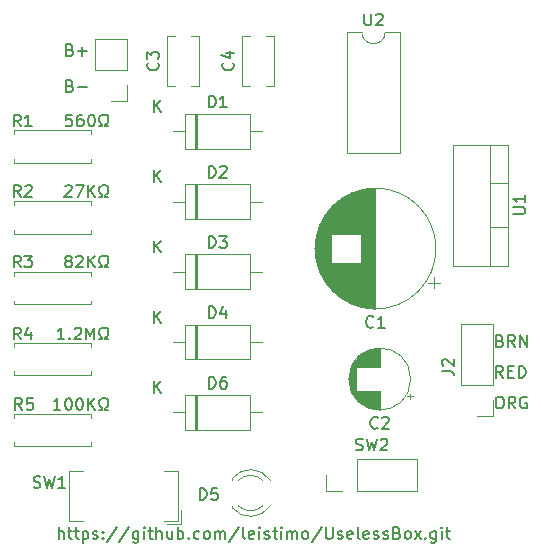
<source format=gto>
G04 #@! TF.GenerationSoftware,KiCad,Pcbnew,(5.1.4)-1*
G04 #@! TF.CreationDate,2022-04-13T08:26:58-06:00*
G04 #@! TF.ProjectId,UselessBox V2,5573656c-6573-4734-926f-782056322e6b,2*
G04 #@! TF.SameCoordinates,Original*
G04 #@! TF.FileFunction,Legend,Top*
G04 #@! TF.FilePolarity,Positive*
%FSLAX46Y46*%
G04 Gerber Fmt 4.6, Leading zero omitted, Abs format (unit mm)*
G04 Created by KiCad (PCBNEW (5.1.4)-1) date 2022-04-13 08:26:58*
%MOMM*%
%LPD*%
G04 APERTURE LIST*
%ADD10C,0.150000*%
%ADD11C,0.120000*%
G04 APERTURE END LIST*
D10*
X131328000Y-123769380D02*
X131328000Y-122769380D01*
X131756571Y-123769380D02*
X131756571Y-123245571D01*
X131708952Y-123150333D01*
X131613714Y-123102714D01*
X131470857Y-123102714D01*
X131375619Y-123150333D01*
X131328000Y-123197952D01*
X132089904Y-123102714D02*
X132470857Y-123102714D01*
X132232761Y-122769380D02*
X132232761Y-123626523D01*
X132280380Y-123721761D01*
X132375619Y-123769380D01*
X132470857Y-123769380D01*
X132661333Y-123102714D02*
X133042285Y-123102714D01*
X132804190Y-122769380D02*
X132804190Y-123626523D01*
X132851809Y-123721761D01*
X132947047Y-123769380D01*
X133042285Y-123769380D01*
X133375619Y-123102714D02*
X133375619Y-124102714D01*
X133375619Y-123150333D02*
X133470857Y-123102714D01*
X133661333Y-123102714D01*
X133756571Y-123150333D01*
X133804190Y-123197952D01*
X133851809Y-123293190D01*
X133851809Y-123578904D01*
X133804190Y-123674142D01*
X133756571Y-123721761D01*
X133661333Y-123769380D01*
X133470857Y-123769380D01*
X133375619Y-123721761D01*
X134232761Y-123721761D02*
X134328000Y-123769380D01*
X134518476Y-123769380D01*
X134613714Y-123721761D01*
X134661333Y-123626523D01*
X134661333Y-123578904D01*
X134613714Y-123483666D01*
X134518476Y-123436047D01*
X134375619Y-123436047D01*
X134280380Y-123388428D01*
X134232761Y-123293190D01*
X134232761Y-123245571D01*
X134280380Y-123150333D01*
X134375619Y-123102714D01*
X134518476Y-123102714D01*
X134613714Y-123150333D01*
X135089904Y-123674142D02*
X135137523Y-123721761D01*
X135089904Y-123769380D01*
X135042285Y-123721761D01*
X135089904Y-123674142D01*
X135089904Y-123769380D01*
X135089904Y-123150333D02*
X135137523Y-123197952D01*
X135089904Y-123245571D01*
X135042285Y-123197952D01*
X135089904Y-123150333D01*
X135089904Y-123245571D01*
X136280380Y-122721761D02*
X135423238Y-124007476D01*
X137328000Y-122721761D02*
X136470857Y-124007476D01*
X138089904Y-123102714D02*
X138089904Y-123912238D01*
X138042285Y-124007476D01*
X137994666Y-124055095D01*
X137899428Y-124102714D01*
X137756571Y-124102714D01*
X137661333Y-124055095D01*
X138089904Y-123721761D02*
X137994666Y-123769380D01*
X137804190Y-123769380D01*
X137708952Y-123721761D01*
X137661333Y-123674142D01*
X137613714Y-123578904D01*
X137613714Y-123293190D01*
X137661333Y-123197952D01*
X137708952Y-123150333D01*
X137804190Y-123102714D01*
X137994666Y-123102714D01*
X138089904Y-123150333D01*
X138566095Y-123769380D02*
X138566095Y-123102714D01*
X138566095Y-122769380D02*
X138518476Y-122817000D01*
X138566095Y-122864619D01*
X138613714Y-122817000D01*
X138566095Y-122769380D01*
X138566095Y-122864619D01*
X138899428Y-123102714D02*
X139280380Y-123102714D01*
X139042285Y-122769380D02*
X139042285Y-123626523D01*
X139089904Y-123721761D01*
X139185142Y-123769380D01*
X139280380Y-123769380D01*
X139613714Y-123769380D02*
X139613714Y-122769380D01*
X140042285Y-123769380D02*
X140042285Y-123245571D01*
X139994666Y-123150333D01*
X139899428Y-123102714D01*
X139756571Y-123102714D01*
X139661333Y-123150333D01*
X139613714Y-123197952D01*
X140947047Y-123102714D02*
X140947047Y-123769380D01*
X140518476Y-123102714D02*
X140518476Y-123626523D01*
X140566095Y-123721761D01*
X140661333Y-123769380D01*
X140804190Y-123769380D01*
X140899428Y-123721761D01*
X140947047Y-123674142D01*
X141423238Y-123769380D02*
X141423238Y-122769380D01*
X141423238Y-123150333D02*
X141518476Y-123102714D01*
X141708952Y-123102714D01*
X141804190Y-123150333D01*
X141851809Y-123197952D01*
X141899428Y-123293190D01*
X141899428Y-123578904D01*
X141851809Y-123674142D01*
X141804190Y-123721761D01*
X141708952Y-123769380D01*
X141518476Y-123769380D01*
X141423238Y-123721761D01*
X142328000Y-123674142D02*
X142375619Y-123721761D01*
X142328000Y-123769380D01*
X142280380Y-123721761D01*
X142328000Y-123674142D01*
X142328000Y-123769380D01*
X143232761Y-123721761D02*
X143137523Y-123769380D01*
X142947047Y-123769380D01*
X142851809Y-123721761D01*
X142804190Y-123674142D01*
X142756571Y-123578904D01*
X142756571Y-123293190D01*
X142804190Y-123197952D01*
X142851809Y-123150333D01*
X142947047Y-123102714D01*
X143137523Y-123102714D01*
X143232761Y-123150333D01*
X143804190Y-123769380D02*
X143708952Y-123721761D01*
X143661333Y-123674142D01*
X143613714Y-123578904D01*
X143613714Y-123293190D01*
X143661333Y-123197952D01*
X143708952Y-123150333D01*
X143804190Y-123102714D01*
X143947047Y-123102714D01*
X144042285Y-123150333D01*
X144089904Y-123197952D01*
X144137523Y-123293190D01*
X144137523Y-123578904D01*
X144089904Y-123674142D01*
X144042285Y-123721761D01*
X143947047Y-123769380D01*
X143804190Y-123769380D01*
X144566095Y-123769380D02*
X144566095Y-123102714D01*
X144566095Y-123197952D02*
X144613714Y-123150333D01*
X144708952Y-123102714D01*
X144851809Y-123102714D01*
X144947047Y-123150333D01*
X144994666Y-123245571D01*
X144994666Y-123769380D01*
X144994666Y-123245571D02*
X145042285Y-123150333D01*
X145137523Y-123102714D01*
X145280380Y-123102714D01*
X145375619Y-123150333D01*
X145423238Y-123245571D01*
X145423238Y-123769380D01*
X146613714Y-122721761D02*
X145756571Y-124007476D01*
X147089904Y-123769380D02*
X146994666Y-123721761D01*
X146947047Y-123626523D01*
X146947047Y-122769380D01*
X147851809Y-123721761D02*
X147756571Y-123769380D01*
X147566095Y-123769380D01*
X147470857Y-123721761D01*
X147423238Y-123626523D01*
X147423238Y-123245571D01*
X147470857Y-123150333D01*
X147566095Y-123102714D01*
X147756571Y-123102714D01*
X147851809Y-123150333D01*
X147899428Y-123245571D01*
X147899428Y-123340809D01*
X147423238Y-123436047D01*
X148328000Y-123769380D02*
X148328000Y-123102714D01*
X148328000Y-122769380D02*
X148280380Y-122817000D01*
X148328000Y-122864619D01*
X148375619Y-122817000D01*
X148328000Y-122769380D01*
X148328000Y-122864619D01*
X148756571Y-123721761D02*
X148851809Y-123769380D01*
X149042285Y-123769380D01*
X149137523Y-123721761D01*
X149185142Y-123626523D01*
X149185142Y-123578904D01*
X149137523Y-123483666D01*
X149042285Y-123436047D01*
X148899428Y-123436047D01*
X148804190Y-123388428D01*
X148756571Y-123293190D01*
X148756571Y-123245571D01*
X148804190Y-123150333D01*
X148899428Y-123102714D01*
X149042285Y-123102714D01*
X149137523Y-123150333D01*
X149470857Y-123102714D02*
X149851809Y-123102714D01*
X149613714Y-122769380D02*
X149613714Y-123626523D01*
X149661333Y-123721761D01*
X149756571Y-123769380D01*
X149851809Y-123769380D01*
X150185142Y-123769380D02*
X150185142Y-123102714D01*
X150185142Y-122769380D02*
X150137523Y-122817000D01*
X150185142Y-122864619D01*
X150232761Y-122817000D01*
X150185142Y-122769380D01*
X150185142Y-122864619D01*
X150661333Y-123769380D02*
X150661333Y-123102714D01*
X150661333Y-123197952D02*
X150708952Y-123150333D01*
X150804190Y-123102714D01*
X150947047Y-123102714D01*
X151042285Y-123150333D01*
X151089904Y-123245571D01*
X151089904Y-123769380D01*
X151089904Y-123245571D02*
X151137523Y-123150333D01*
X151232761Y-123102714D01*
X151375619Y-123102714D01*
X151470857Y-123150333D01*
X151518476Y-123245571D01*
X151518476Y-123769380D01*
X152137523Y-123769380D02*
X152042285Y-123721761D01*
X151994666Y-123674142D01*
X151947047Y-123578904D01*
X151947047Y-123293190D01*
X151994666Y-123197952D01*
X152042285Y-123150333D01*
X152137523Y-123102714D01*
X152280380Y-123102714D01*
X152375619Y-123150333D01*
X152423238Y-123197952D01*
X152470857Y-123293190D01*
X152470857Y-123578904D01*
X152423238Y-123674142D01*
X152375619Y-123721761D01*
X152280380Y-123769380D01*
X152137523Y-123769380D01*
X153613714Y-122721761D02*
X152756571Y-124007476D01*
X153947047Y-122769380D02*
X153947047Y-123578904D01*
X153994666Y-123674142D01*
X154042285Y-123721761D01*
X154137523Y-123769380D01*
X154328000Y-123769380D01*
X154423238Y-123721761D01*
X154470857Y-123674142D01*
X154518476Y-123578904D01*
X154518476Y-122769380D01*
X154947047Y-123721761D02*
X155042285Y-123769380D01*
X155232761Y-123769380D01*
X155328000Y-123721761D01*
X155375619Y-123626523D01*
X155375619Y-123578904D01*
X155328000Y-123483666D01*
X155232761Y-123436047D01*
X155089904Y-123436047D01*
X154994666Y-123388428D01*
X154947047Y-123293190D01*
X154947047Y-123245571D01*
X154994666Y-123150333D01*
X155089904Y-123102714D01*
X155232761Y-123102714D01*
X155328000Y-123150333D01*
X156185142Y-123721761D02*
X156089904Y-123769380D01*
X155899428Y-123769380D01*
X155804190Y-123721761D01*
X155756571Y-123626523D01*
X155756571Y-123245571D01*
X155804190Y-123150333D01*
X155899428Y-123102714D01*
X156089904Y-123102714D01*
X156185142Y-123150333D01*
X156232761Y-123245571D01*
X156232761Y-123340809D01*
X155756571Y-123436047D01*
X156804190Y-123769380D02*
X156708952Y-123721761D01*
X156661333Y-123626523D01*
X156661333Y-122769380D01*
X157566095Y-123721761D02*
X157470857Y-123769380D01*
X157280380Y-123769380D01*
X157185142Y-123721761D01*
X157137523Y-123626523D01*
X157137523Y-123245571D01*
X157185142Y-123150333D01*
X157280380Y-123102714D01*
X157470857Y-123102714D01*
X157566095Y-123150333D01*
X157613714Y-123245571D01*
X157613714Y-123340809D01*
X157137523Y-123436047D01*
X157994666Y-123721761D02*
X158089904Y-123769380D01*
X158280380Y-123769380D01*
X158375619Y-123721761D01*
X158423238Y-123626523D01*
X158423238Y-123578904D01*
X158375619Y-123483666D01*
X158280380Y-123436047D01*
X158137523Y-123436047D01*
X158042285Y-123388428D01*
X157994666Y-123293190D01*
X157994666Y-123245571D01*
X158042285Y-123150333D01*
X158137523Y-123102714D01*
X158280380Y-123102714D01*
X158375619Y-123150333D01*
X158804190Y-123721761D02*
X158899428Y-123769380D01*
X159089904Y-123769380D01*
X159185142Y-123721761D01*
X159232761Y-123626523D01*
X159232761Y-123578904D01*
X159185142Y-123483666D01*
X159089904Y-123436047D01*
X158947047Y-123436047D01*
X158851809Y-123388428D01*
X158804190Y-123293190D01*
X158804190Y-123245571D01*
X158851809Y-123150333D01*
X158947047Y-123102714D01*
X159089904Y-123102714D01*
X159185142Y-123150333D01*
X159994666Y-123245571D02*
X160137523Y-123293190D01*
X160185142Y-123340809D01*
X160232761Y-123436047D01*
X160232761Y-123578904D01*
X160185142Y-123674142D01*
X160137523Y-123721761D01*
X160042285Y-123769380D01*
X159661333Y-123769380D01*
X159661333Y-122769380D01*
X159994666Y-122769380D01*
X160089904Y-122817000D01*
X160137523Y-122864619D01*
X160185142Y-122959857D01*
X160185142Y-123055095D01*
X160137523Y-123150333D01*
X160089904Y-123197952D01*
X159994666Y-123245571D01*
X159661333Y-123245571D01*
X160804190Y-123769380D02*
X160708952Y-123721761D01*
X160661333Y-123674142D01*
X160613714Y-123578904D01*
X160613714Y-123293190D01*
X160661333Y-123197952D01*
X160708952Y-123150333D01*
X160804190Y-123102714D01*
X160947047Y-123102714D01*
X161042285Y-123150333D01*
X161089904Y-123197952D01*
X161137523Y-123293190D01*
X161137523Y-123578904D01*
X161089904Y-123674142D01*
X161042285Y-123721761D01*
X160947047Y-123769380D01*
X160804190Y-123769380D01*
X161470857Y-123769380D02*
X161994666Y-123102714D01*
X161470857Y-123102714D02*
X161994666Y-123769380D01*
X162375619Y-123674142D02*
X162423238Y-123721761D01*
X162375619Y-123769380D01*
X162328000Y-123721761D01*
X162375619Y-123674142D01*
X162375619Y-123769380D01*
X163280380Y-123102714D02*
X163280380Y-123912238D01*
X163232761Y-124007476D01*
X163185142Y-124055095D01*
X163089904Y-124102714D01*
X162947047Y-124102714D01*
X162851809Y-124055095D01*
X163280380Y-123721761D02*
X163185142Y-123769380D01*
X162994666Y-123769380D01*
X162899428Y-123721761D01*
X162851809Y-123674142D01*
X162804190Y-123578904D01*
X162804190Y-123293190D01*
X162851809Y-123197952D01*
X162899428Y-123150333D01*
X162994666Y-123102714D01*
X163185142Y-123102714D01*
X163280380Y-123150333D01*
X163756571Y-123769380D02*
X163756571Y-123102714D01*
X163756571Y-122769380D02*
X163708952Y-122817000D01*
X163756571Y-122864619D01*
X163804190Y-122817000D01*
X163756571Y-122769380D01*
X163756571Y-122864619D01*
X164089904Y-123102714D02*
X164470857Y-123102714D01*
X164232761Y-122769380D02*
X164232761Y-123626523D01*
X164280380Y-123721761D01*
X164375619Y-123769380D01*
X164470857Y-123769380D01*
X168576761Y-111720380D02*
X168767238Y-111720380D01*
X168862476Y-111768000D01*
X168957714Y-111863238D01*
X169005333Y-112053714D01*
X169005333Y-112387047D01*
X168957714Y-112577523D01*
X168862476Y-112672761D01*
X168767238Y-112720380D01*
X168576761Y-112720380D01*
X168481523Y-112672761D01*
X168386285Y-112577523D01*
X168338666Y-112387047D01*
X168338666Y-112053714D01*
X168386285Y-111863238D01*
X168481523Y-111768000D01*
X168576761Y-111720380D01*
X170005333Y-112720380D02*
X169672000Y-112244190D01*
X169433904Y-112720380D02*
X169433904Y-111720380D01*
X169814857Y-111720380D01*
X169910095Y-111768000D01*
X169957714Y-111815619D01*
X170005333Y-111910857D01*
X170005333Y-112053714D01*
X169957714Y-112148952D01*
X169910095Y-112196571D01*
X169814857Y-112244190D01*
X169433904Y-112244190D01*
X170957714Y-111768000D02*
X170862476Y-111720380D01*
X170719619Y-111720380D01*
X170576761Y-111768000D01*
X170481523Y-111863238D01*
X170433904Y-111958476D01*
X170386285Y-112148952D01*
X170386285Y-112291809D01*
X170433904Y-112482285D01*
X170481523Y-112577523D01*
X170576761Y-112672761D01*
X170719619Y-112720380D01*
X170814857Y-112720380D01*
X170957714Y-112672761D01*
X171005333Y-112625142D01*
X171005333Y-112291809D01*
X170814857Y-112291809D01*
X168957714Y-110116880D02*
X168624381Y-109640690D01*
X168386286Y-110116880D02*
X168386286Y-109116880D01*
X168767238Y-109116880D01*
X168862476Y-109164500D01*
X168910095Y-109212119D01*
X168957714Y-109307357D01*
X168957714Y-109450214D01*
X168910095Y-109545452D01*
X168862476Y-109593071D01*
X168767238Y-109640690D01*
X168386286Y-109640690D01*
X169386286Y-109593071D02*
X169719619Y-109593071D01*
X169862476Y-110116880D02*
X169386286Y-110116880D01*
X169386286Y-109116880D01*
X169862476Y-109116880D01*
X170291048Y-110116880D02*
X170291048Y-109116880D01*
X170529143Y-109116880D01*
X170672000Y-109164500D01*
X170767238Y-109259738D01*
X170814857Y-109354976D01*
X170862476Y-109545452D01*
X170862476Y-109688309D01*
X170814857Y-109878785D01*
X170767238Y-109974023D01*
X170672000Y-110069261D01*
X170529143Y-110116880D01*
X170291048Y-110116880D01*
X168719619Y-106989571D02*
X168862476Y-107037190D01*
X168910095Y-107084809D01*
X168957714Y-107180047D01*
X168957714Y-107322904D01*
X168910095Y-107418142D01*
X168862476Y-107465761D01*
X168767238Y-107513380D01*
X168386285Y-107513380D01*
X168386285Y-106513380D01*
X168719619Y-106513380D01*
X168814857Y-106561000D01*
X168862476Y-106608619D01*
X168910095Y-106703857D01*
X168910095Y-106799095D01*
X168862476Y-106894333D01*
X168814857Y-106941952D01*
X168719619Y-106989571D01*
X168386285Y-106989571D01*
X169957714Y-107513380D02*
X169624380Y-107037190D01*
X169386285Y-107513380D02*
X169386285Y-106513380D01*
X169767238Y-106513380D01*
X169862476Y-106561000D01*
X169910095Y-106608619D01*
X169957714Y-106703857D01*
X169957714Y-106846714D01*
X169910095Y-106941952D01*
X169862476Y-106989571D01*
X169767238Y-107037190D01*
X169386285Y-107037190D01*
X170386285Y-107513380D02*
X170386285Y-106513380D01*
X170957714Y-107513380D01*
X170957714Y-106513380D01*
X132294380Y-85399571D02*
X132437238Y-85447190D01*
X132484857Y-85494809D01*
X132532476Y-85590047D01*
X132532476Y-85732904D01*
X132484857Y-85828142D01*
X132437238Y-85875761D01*
X132342000Y-85923380D01*
X131961047Y-85923380D01*
X131961047Y-84923380D01*
X132294380Y-84923380D01*
X132389619Y-84971000D01*
X132437238Y-85018619D01*
X132484857Y-85113857D01*
X132484857Y-85209095D01*
X132437238Y-85304333D01*
X132389619Y-85351952D01*
X132294380Y-85399571D01*
X131961047Y-85399571D01*
X132961047Y-85542428D02*
X133722952Y-85542428D01*
X132294380Y-82351571D02*
X132437238Y-82399190D01*
X132484857Y-82446809D01*
X132532476Y-82542047D01*
X132532476Y-82684904D01*
X132484857Y-82780142D01*
X132437238Y-82827761D01*
X132342000Y-82875380D01*
X131961047Y-82875380D01*
X131961047Y-81875380D01*
X132294380Y-81875380D01*
X132389619Y-81923000D01*
X132437238Y-81970619D01*
X132484857Y-82065857D01*
X132484857Y-82161095D01*
X132437238Y-82256333D01*
X132389619Y-82303952D01*
X132294380Y-82351571D01*
X131961047Y-82351571D01*
X132961047Y-82494428D02*
X133722952Y-82494428D01*
X133342000Y-82875380D02*
X133342000Y-82113476D01*
D11*
X153960677Y-119694000D02*
X153960677Y-118364000D01*
X155290677Y-119694000D02*
X153960677Y-119694000D01*
X156560677Y-119694000D02*
X156560677Y-117034000D01*
X156560677Y-117034000D02*
X161700677Y-117034000D01*
X156560677Y-119694000D02*
X161700677Y-119694000D01*
X161700677Y-119694000D02*
X161700677Y-117034000D01*
X137093000Y-86674000D02*
X135763000Y-86674000D01*
X137093000Y-85344000D02*
X137093000Y-86674000D01*
X137093000Y-84074000D02*
X134433000Y-84074000D01*
X134433000Y-84074000D02*
X134433000Y-81474000D01*
X137093000Y-84074000D02*
X137093000Y-81474000D01*
X137093000Y-81474000D02*
X134433000Y-81474000D01*
X142840000Y-111587000D02*
X142840000Y-114527000D01*
X143080000Y-111587000D02*
X143080000Y-114527000D01*
X142960000Y-111587000D02*
X142960000Y-114527000D01*
X148520000Y-113057000D02*
X147500000Y-113057000D01*
X141040000Y-113057000D02*
X142060000Y-113057000D01*
X147500000Y-111587000D02*
X142060000Y-111587000D01*
X147500000Y-114527000D02*
X147500000Y-111587000D01*
X142060000Y-114527000D02*
X147500000Y-114527000D01*
X142060000Y-111587000D02*
X142060000Y-114527000D01*
X142840000Y-105636250D02*
X142840000Y-108576250D01*
X143080000Y-105636250D02*
X143080000Y-108576250D01*
X142960000Y-105636250D02*
X142960000Y-108576250D01*
X148520000Y-107106250D02*
X147500000Y-107106250D01*
X141040000Y-107106250D02*
X142060000Y-107106250D01*
X147500000Y-105636250D02*
X142060000Y-105636250D01*
X147500000Y-108576250D02*
X147500000Y-105636250D01*
X142060000Y-108576250D02*
X147500000Y-108576250D01*
X142060000Y-105636250D02*
X142060000Y-108576250D01*
X142840000Y-99685500D02*
X142840000Y-102625500D01*
X143080000Y-99685500D02*
X143080000Y-102625500D01*
X142960000Y-99685500D02*
X142960000Y-102625500D01*
X148520000Y-101155500D02*
X147500000Y-101155500D01*
X141040000Y-101155500D02*
X142060000Y-101155500D01*
X147500000Y-99685500D02*
X142060000Y-99685500D01*
X147500000Y-102625500D02*
X147500000Y-99685500D01*
X142060000Y-102625500D02*
X147500000Y-102625500D01*
X142060000Y-99685500D02*
X142060000Y-102625500D01*
X142840000Y-93734750D02*
X142840000Y-96674750D01*
X143080000Y-93734750D02*
X143080000Y-96674750D01*
X142960000Y-93734750D02*
X142960000Y-96674750D01*
X148520000Y-95204750D02*
X147500000Y-95204750D01*
X141040000Y-95204750D02*
X142060000Y-95204750D01*
X147500000Y-93734750D02*
X142060000Y-93734750D01*
X147500000Y-96674750D02*
X147500000Y-93734750D01*
X142060000Y-96674750D02*
X147500000Y-96674750D01*
X142060000Y-93734750D02*
X142060000Y-96674750D01*
X142840000Y-87784000D02*
X142840000Y-90724000D01*
X143080000Y-87784000D02*
X143080000Y-90724000D01*
X142960000Y-87784000D02*
X142960000Y-90724000D01*
X148520000Y-89254000D02*
X147500000Y-89254000D01*
X141040000Y-89254000D02*
X142060000Y-89254000D01*
X147500000Y-87784000D02*
X142060000Y-87784000D01*
X147500000Y-90724000D02*
X147500000Y-87784000D01*
X142060000Y-90724000D02*
X147500000Y-90724000D01*
X142060000Y-87784000D02*
X142060000Y-90724000D01*
X163275000Y-99187000D02*
G75*
G03X163275000Y-99187000I-5120000J0D01*
G01*
X158155000Y-104267000D02*
X158155000Y-94107000D01*
X158115000Y-104267000D02*
X158115000Y-94107000D01*
X158075000Y-104267000D02*
X158075000Y-94107000D01*
X158035000Y-104266000D02*
X158035000Y-94108000D01*
X157995000Y-104265000D02*
X157995000Y-94109000D01*
X157955000Y-104264000D02*
X157955000Y-94110000D01*
X157915000Y-104262000D02*
X157915000Y-94112000D01*
X157875000Y-104260000D02*
X157875000Y-94114000D01*
X157835000Y-104257000D02*
X157835000Y-94117000D01*
X157795000Y-104255000D02*
X157795000Y-94119000D01*
X157755000Y-104252000D02*
X157755000Y-94122000D01*
X157715000Y-104249000D02*
X157715000Y-94125000D01*
X157675000Y-104245000D02*
X157675000Y-94129000D01*
X157635000Y-104241000D02*
X157635000Y-94133000D01*
X157595000Y-104237000D02*
X157595000Y-94137000D01*
X157555000Y-104232000D02*
X157555000Y-94142000D01*
X157515000Y-104227000D02*
X157515000Y-94147000D01*
X157475000Y-104222000D02*
X157475000Y-94152000D01*
X157434000Y-104217000D02*
X157434000Y-94157000D01*
X157394000Y-104211000D02*
X157394000Y-94163000D01*
X157354000Y-104205000D02*
X157354000Y-94169000D01*
X157314000Y-104198000D02*
X157314000Y-94176000D01*
X157274000Y-104191000D02*
X157274000Y-94183000D01*
X157234000Y-104184000D02*
X157234000Y-94190000D01*
X157194000Y-104177000D02*
X157194000Y-94197000D01*
X157154000Y-104169000D02*
X157154000Y-94205000D01*
X157114000Y-104161000D02*
X157114000Y-94213000D01*
X157074000Y-104152000D02*
X157074000Y-94222000D01*
X157034000Y-104143000D02*
X157034000Y-94231000D01*
X156994000Y-104134000D02*
X156994000Y-94240000D01*
X156954000Y-104125000D02*
X156954000Y-94249000D01*
X156914000Y-104115000D02*
X156914000Y-94259000D01*
X156874000Y-104105000D02*
X156874000Y-100428000D01*
X156874000Y-97946000D02*
X156874000Y-94269000D01*
X156834000Y-104094000D02*
X156834000Y-100428000D01*
X156834000Y-97946000D02*
X156834000Y-94280000D01*
X156794000Y-104084000D02*
X156794000Y-100428000D01*
X156794000Y-97946000D02*
X156794000Y-94290000D01*
X156754000Y-104072000D02*
X156754000Y-100428000D01*
X156754000Y-97946000D02*
X156754000Y-94302000D01*
X156714000Y-104061000D02*
X156714000Y-100428000D01*
X156714000Y-97946000D02*
X156714000Y-94313000D01*
X156674000Y-104049000D02*
X156674000Y-100428000D01*
X156674000Y-97946000D02*
X156674000Y-94325000D01*
X156634000Y-104037000D02*
X156634000Y-100428000D01*
X156634000Y-97946000D02*
X156634000Y-94337000D01*
X156594000Y-104024000D02*
X156594000Y-100428000D01*
X156594000Y-97946000D02*
X156594000Y-94350000D01*
X156554000Y-104011000D02*
X156554000Y-100428000D01*
X156554000Y-97946000D02*
X156554000Y-94363000D01*
X156514000Y-103998000D02*
X156514000Y-100428000D01*
X156514000Y-97946000D02*
X156514000Y-94376000D01*
X156474000Y-103984000D02*
X156474000Y-100428000D01*
X156474000Y-97946000D02*
X156474000Y-94390000D01*
X156434000Y-103970000D02*
X156434000Y-100428000D01*
X156434000Y-97946000D02*
X156434000Y-94404000D01*
X156394000Y-103955000D02*
X156394000Y-100428000D01*
X156394000Y-97946000D02*
X156394000Y-94419000D01*
X156354000Y-103941000D02*
X156354000Y-100428000D01*
X156354000Y-97946000D02*
X156354000Y-94433000D01*
X156314000Y-103925000D02*
X156314000Y-100428000D01*
X156314000Y-97946000D02*
X156314000Y-94449000D01*
X156274000Y-103910000D02*
X156274000Y-100428000D01*
X156274000Y-97946000D02*
X156274000Y-94464000D01*
X156234000Y-103894000D02*
X156234000Y-100428000D01*
X156234000Y-97946000D02*
X156234000Y-94480000D01*
X156194000Y-103877000D02*
X156194000Y-100428000D01*
X156194000Y-97946000D02*
X156194000Y-94497000D01*
X156154000Y-103861000D02*
X156154000Y-100428000D01*
X156154000Y-97946000D02*
X156154000Y-94513000D01*
X156114000Y-103844000D02*
X156114000Y-100428000D01*
X156114000Y-97946000D02*
X156114000Y-94530000D01*
X156074000Y-103826000D02*
X156074000Y-100428000D01*
X156074000Y-97946000D02*
X156074000Y-94548000D01*
X156034000Y-103808000D02*
X156034000Y-100428000D01*
X156034000Y-97946000D02*
X156034000Y-94566000D01*
X155994000Y-103790000D02*
X155994000Y-100428000D01*
X155994000Y-97946000D02*
X155994000Y-94584000D01*
X155954000Y-103771000D02*
X155954000Y-100428000D01*
X155954000Y-97946000D02*
X155954000Y-94603000D01*
X155914000Y-103751000D02*
X155914000Y-100428000D01*
X155914000Y-97946000D02*
X155914000Y-94623000D01*
X155874000Y-103732000D02*
X155874000Y-100428000D01*
X155874000Y-97946000D02*
X155874000Y-94642000D01*
X155834000Y-103712000D02*
X155834000Y-100428000D01*
X155834000Y-97946000D02*
X155834000Y-94662000D01*
X155794000Y-103691000D02*
X155794000Y-100428000D01*
X155794000Y-97946000D02*
X155794000Y-94683000D01*
X155754000Y-103670000D02*
X155754000Y-100428000D01*
X155754000Y-97946000D02*
X155754000Y-94704000D01*
X155714000Y-103649000D02*
X155714000Y-100428000D01*
X155714000Y-97946000D02*
X155714000Y-94725000D01*
X155674000Y-103627000D02*
X155674000Y-100428000D01*
X155674000Y-97946000D02*
X155674000Y-94747000D01*
X155634000Y-103604000D02*
X155634000Y-100428000D01*
X155634000Y-97946000D02*
X155634000Y-94770000D01*
X155594000Y-103582000D02*
X155594000Y-100428000D01*
X155594000Y-97946000D02*
X155594000Y-94792000D01*
X155554000Y-103558000D02*
X155554000Y-100428000D01*
X155554000Y-97946000D02*
X155554000Y-94816000D01*
X155514000Y-103534000D02*
X155514000Y-100428000D01*
X155514000Y-97946000D02*
X155514000Y-94840000D01*
X155474000Y-103510000D02*
X155474000Y-100428000D01*
X155474000Y-97946000D02*
X155474000Y-94864000D01*
X155434000Y-103485000D02*
X155434000Y-100428000D01*
X155434000Y-97946000D02*
X155434000Y-94889000D01*
X155394000Y-103460000D02*
X155394000Y-100428000D01*
X155394000Y-97946000D02*
X155394000Y-94914000D01*
X155354000Y-103434000D02*
X155354000Y-100428000D01*
X155354000Y-97946000D02*
X155354000Y-94940000D01*
X155314000Y-103408000D02*
X155314000Y-100428000D01*
X155314000Y-97946000D02*
X155314000Y-94966000D01*
X155274000Y-103381000D02*
X155274000Y-100428000D01*
X155274000Y-97946000D02*
X155274000Y-94993000D01*
X155234000Y-103353000D02*
X155234000Y-100428000D01*
X155234000Y-97946000D02*
X155234000Y-95021000D01*
X155194000Y-103325000D02*
X155194000Y-100428000D01*
X155194000Y-97946000D02*
X155194000Y-95049000D01*
X155154000Y-103297000D02*
X155154000Y-100428000D01*
X155154000Y-97946000D02*
X155154000Y-95077000D01*
X155114000Y-103267000D02*
X155114000Y-100428000D01*
X155114000Y-97946000D02*
X155114000Y-95107000D01*
X155074000Y-103237000D02*
X155074000Y-100428000D01*
X155074000Y-97946000D02*
X155074000Y-95137000D01*
X155034000Y-103207000D02*
X155034000Y-100428000D01*
X155034000Y-97946000D02*
X155034000Y-95167000D01*
X154994000Y-103176000D02*
X154994000Y-100428000D01*
X154994000Y-97946000D02*
X154994000Y-95198000D01*
X154954000Y-103144000D02*
X154954000Y-100428000D01*
X154954000Y-97946000D02*
X154954000Y-95230000D01*
X154914000Y-103112000D02*
X154914000Y-100428000D01*
X154914000Y-97946000D02*
X154914000Y-95262000D01*
X154874000Y-103079000D02*
X154874000Y-100428000D01*
X154874000Y-97946000D02*
X154874000Y-95295000D01*
X154834000Y-103045000D02*
X154834000Y-100428000D01*
X154834000Y-97946000D02*
X154834000Y-95329000D01*
X154794000Y-103011000D02*
X154794000Y-100428000D01*
X154794000Y-97946000D02*
X154794000Y-95363000D01*
X154754000Y-102976000D02*
X154754000Y-100428000D01*
X154754000Y-97946000D02*
X154754000Y-95398000D01*
X154714000Y-102940000D02*
X154714000Y-100428000D01*
X154714000Y-97946000D02*
X154714000Y-95434000D01*
X154674000Y-102903000D02*
X154674000Y-100428000D01*
X154674000Y-97946000D02*
X154674000Y-95471000D01*
X154634000Y-102866000D02*
X154634000Y-100428000D01*
X154634000Y-97946000D02*
X154634000Y-95508000D01*
X154594000Y-102827000D02*
X154594000Y-100428000D01*
X154594000Y-97946000D02*
X154594000Y-95547000D01*
X154554000Y-102788000D02*
X154554000Y-100428000D01*
X154554000Y-97946000D02*
X154554000Y-95586000D01*
X154514000Y-102748000D02*
X154514000Y-100428000D01*
X154514000Y-97946000D02*
X154514000Y-95626000D01*
X154474000Y-102707000D02*
X154474000Y-100428000D01*
X154474000Y-97946000D02*
X154474000Y-95667000D01*
X154434000Y-102665000D02*
X154434000Y-100428000D01*
X154434000Y-97946000D02*
X154434000Y-95709000D01*
X154394000Y-102623000D02*
X154394000Y-95751000D01*
X154354000Y-102579000D02*
X154354000Y-95795000D01*
X154314000Y-102534000D02*
X154314000Y-95840000D01*
X154274000Y-102488000D02*
X154274000Y-95886000D01*
X154234000Y-102441000D02*
X154234000Y-95933000D01*
X154194000Y-102393000D02*
X154194000Y-95981000D01*
X154154000Y-102343000D02*
X154154000Y-96031000D01*
X154114000Y-102293000D02*
X154114000Y-96081000D01*
X154074000Y-102241000D02*
X154074000Y-96133000D01*
X154034000Y-102187000D02*
X154034000Y-96187000D01*
X153994000Y-102132000D02*
X153994000Y-96242000D01*
X153954000Y-102076000D02*
X153954000Y-96298000D01*
X153914000Y-102017000D02*
X153914000Y-96357000D01*
X153874000Y-101957000D02*
X153874000Y-96417000D01*
X153834000Y-101896000D02*
X153834000Y-96478000D01*
X153794000Y-101832000D02*
X153794000Y-96542000D01*
X153754000Y-101766000D02*
X153754000Y-96608000D01*
X153714000Y-101697000D02*
X153714000Y-96677000D01*
X153674000Y-101626000D02*
X153674000Y-96748000D01*
X153634000Y-101552000D02*
X153634000Y-96822000D01*
X153594000Y-101476000D02*
X153594000Y-96898000D01*
X153554000Y-101396000D02*
X153554000Y-96978000D01*
X153514000Y-101312000D02*
X153514000Y-97062000D01*
X153474000Y-101224000D02*
X153474000Y-97150000D01*
X153434000Y-101131000D02*
X153434000Y-97243000D01*
X153394000Y-101033000D02*
X153394000Y-97341000D01*
X153354000Y-100929000D02*
X153354000Y-97445000D01*
X153314000Y-100817000D02*
X153314000Y-97557000D01*
X153274000Y-100697000D02*
X153274000Y-97677000D01*
X153234000Y-100565000D02*
X153234000Y-97809000D01*
X153194000Y-100417000D02*
X153194000Y-97957000D01*
X153154000Y-100249000D02*
X153154000Y-98125000D01*
X153114000Y-100049000D02*
X153114000Y-98325000D01*
X153074000Y-99786000D02*
X153074000Y-98588000D01*
X163634646Y-102062000D02*
X162634646Y-102062000D01*
X163134646Y-102562000D02*
X163134646Y-101562000D01*
X161132000Y-110236000D02*
G75*
G03X161132000Y-110236000I-2620000J0D01*
G01*
X158512000Y-109196000D02*
X158512000Y-107656000D01*
X158512000Y-112816000D02*
X158512000Y-111276000D01*
X158472000Y-109196000D02*
X158472000Y-107656000D01*
X158472000Y-112816000D02*
X158472000Y-111276000D01*
X158432000Y-112815000D02*
X158432000Y-111276000D01*
X158432000Y-109196000D02*
X158432000Y-107657000D01*
X158392000Y-112814000D02*
X158392000Y-111276000D01*
X158392000Y-109196000D02*
X158392000Y-107658000D01*
X158352000Y-112812000D02*
X158352000Y-111276000D01*
X158352000Y-109196000D02*
X158352000Y-107660000D01*
X158312000Y-112809000D02*
X158312000Y-111276000D01*
X158312000Y-109196000D02*
X158312000Y-107663000D01*
X158272000Y-112805000D02*
X158272000Y-111276000D01*
X158272000Y-109196000D02*
X158272000Y-107667000D01*
X158232000Y-112801000D02*
X158232000Y-111276000D01*
X158232000Y-109196000D02*
X158232000Y-107671000D01*
X158192000Y-112797000D02*
X158192000Y-111276000D01*
X158192000Y-109196000D02*
X158192000Y-107675000D01*
X158152000Y-112792000D02*
X158152000Y-111276000D01*
X158152000Y-109196000D02*
X158152000Y-107680000D01*
X158112000Y-112786000D02*
X158112000Y-111276000D01*
X158112000Y-109196000D02*
X158112000Y-107686000D01*
X158072000Y-112779000D02*
X158072000Y-111276000D01*
X158072000Y-109196000D02*
X158072000Y-107693000D01*
X158032000Y-112772000D02*
X158032000Y-111276000D01*
X158032000Y-109196000D02*
X158032000Y-107700000D01*
X157992000Y-112764000D02*
X157992000Y-111276000D01*
X157992000Y-109196000D02*
X157992000Y-107708000D01*
X157952000Y-112756000D02*
X157952000Y-111276000D01*
X157952000Y-109196000D02*
X157952000Y-107716000D01*
X157912000Y-112747000D02*
X157912000Y-111276000D01*
X157912000Y-109196000D02*
X157912000Y-107725000D01*
X157872000Y-112737000D02*
X157872000Y-111276000D01*
X157872000Y-109196000D02*
X157872000Y-107735000D01*
X157832000Y-112727000D02*
X157832000Y-111276000D01*
X157832000Y-109196000D02*
X157832000Y-107745000D01*
X157791000Y-112716000D02*
X157791000Y-111276000D01*
X157791000Y-109196000D02*
X157791000Y-107756000D01*
X157751000Y-112704000D02*
X157751000Y-111276000D01*
X157751000Y-109196000D02*
X157751000Y-107768000D01*
X157711000Y-112691000D02*
X157711000Y-111276000D01*
X157711000Y-109196000D02*
X157711000Y-107781000D01*
X157671000Y-112678000D02*
X157671000Y-111276000D01*
X157671000Y-109196000D02*
X157671000Y-107794000D01*
X157631000Y-112664000D02*
X157631000Y-111276000D01*
X157631000Y-109196000D02*
X157631000Y-107808000D01*
X157591000Y-112650000D02*
X157591000Y-111276000D01*
X157591000Y-109196000D02*
X157591000Y-107822000D01*
X157551000Y-112634000D02*
X157551000Y-111276000D01*
X157551000Y-109196000D02*
X157551000Y-107838000D01*
X157511000Y-112618000D02*
X157511000Y-111276000D01*
X157511000Y-109196000D02*
X157511000Y-107854000D01*
X157471000Y-112601000D02*
X157471000Y-111276000D01*
X157471000Y-109196000D02*
X157471000Y-107871000D01*
X157431000Y-112584000D02*
X157431000Y-111276000D01*
X157431000Y-109196000D02*
X157431000Y-107888000D01*
X157391000Y-112565000D02*
X157391000Y-111276000D01*
X157391000Y-109196000D02*
X157391000Y-107907000D01*
X157351000Y-112546000D02*
X157351000Y-111276000D01*
X157351000Y-109196000D02*
X157351000Y-107926000D01*
X157311000Y-112526000D02*
X157311000Y-111276000D01*
X157311000Y-109196000D02*
X157311000Y-107946000D01*
X157271000Y-112504000D02*
X157271000Y-111276000D01*
X157271000Y-109196000D02*
X157271000Y-107968000D01*
X157231000Y-112483000D02*
X157231000Y-111276000D01*
X157231000Y-109196000D02*
X157231000Y-107989000D01*
X157191000Y-112460000D02*
X157191000Y-111276000D01*
X157191000Y-109196000D02*
X157191000Y-108012000D01*
X157151000Y-112436000D02*
X157151000Y-111276000D01*
X157151000Y-109196000D02*
X157151000Y-108036000D01*
X157111000Y-112411000D02*
X157111000Y-111276000D01*
X157111000Y-109196000D02*
X157111000Y-108061000D01*
X157071000Y-112385000D02*
X157071000Y-111276000D01*
X157071000Y-109196000D02*
X157071000Y-108087000D01*
X157031000Y-112358000D02*
X157031000Y-111276000D01*
X157031000Y-109196000D02*
X157031000Y-108114000D01*
X156991000Y-112331000D02*
X156991000Y-111276000D01*
X156991000Y-109196000D02*
X156991000Y-108141000D01*
X156951000Y-112301000D02*
X156951000Y-111276000D01*
X156951000Y-109196000D02*
X156951000Y-108171000D01*
X156911000Y-112271000D02*
X156911000Y-111276000D01*
X156911000Y-109196000D02*
X156911000Y-108201000D01*
X156871000Y-112240000D02*
X156871000Y-111276000D01*
X156871000Y-109196000D02*
X156871000Y-108232000D01*
X156831000Y-112207000D02*
X156831000Y-111276000D01*
X156831000Y-109196000D02*
X156831000Y-108265000D01*
X156791000Y-112173000D02*
X156791000Y-111276000D01*
X156791000Y-109196000D02*
X156791000Y-108299000D01*
X156751000Y-112137000D02*
X156751000Y-111276000D01*
X156751000Y-109196000D02*
X156751000Y-108335000D01*
X156711000Y-112100000D02*
X156711000Y-111276000D01*
X156711000Y-109196000D02*
X156711000Y-108372000D01*
X156671000Y-112062000D02*
X156671000Y-111276000D01*
X156671000Y-109196000D02*
X156671000Y-108410000D01*
X156631000Y-112021000D02*
X156631000Y-111276000D01*
X156631000Y-109196000D02*
X156631000Y-108451000D01*
X156591000Y-111979000D02*
X156591000Y-111276000D01*
X156591000Y-109196000D02*
X156591000Y-108493000D01*
X156551000Y-111935000D02*
X156551000Y-111276000D01*
X156551000Y-109196000D02*
X156551000Y-108537000D01*
X156511000Y-111889000D02*
X156511000Y-111276000D01*
X156511000Y-109196000D02*
X156511000Y-108583000D01*
X156471000Y-111841000D02*
X156471000Y-108631000D01*
X156431000Y-111790000D02*
X156431000Y-108682000D01*
X156391000Y-111736000D02*
X156391000Y-108736000D01*
X156351000Y-111679000D02*
X156351000Y-108793000D01*
X156311000Y-111619000D02*
X156311000Y-108853000D01*
X156271000Y-111555000D02*
X156271000Y-108917000D01*
X156231000Y-111487000D02*
X156231000Y-108985000D01*
X156191000Y-111414000D02*
X156191000Y-109058000D01*
X156151000Y-111334000D02*
X156151000Y-109138000D01*
X156111000Y-111247000D02*
X156111000Y-109225000D01*
X156071000Y-111151000D02*
X156071000Y-109321000D01*
X156031000Y-111041000D02*
X156031000Y-109431000D01*
X155991000Y-110913000D02*
X155991000Y-109559000D01*
X155951000Y-110754000D02*
X155951000Y-109718000D01*
X155911000Y-110520000D02*
X155911000Y-109952000D01*
X161316775Y-111711000D02*
X160816775Y-111711000D01*
X161066775Y-111961000D02*
X161066775Y-111461000D01*
X140489000Y-85414000D02*
X140489000Y-81174000D01*
X143229000Y-85414000D02*
X143229000Y-81174000D01*
X140489000Y-85414000D02*
X141194000Y-85414000D01*
X142524000Y-85414000D02*
X143229000Y-85414000D01*
X140489000Y-81174000D02*
X141194000Y-81174000D01*
X142524000Y-81174000D02*
X143229000Y-81174000D01*
X148874000Y-81174000D02*
X149579000Y-81174000D01*
X146839000Y-81174000D02*
X147544000Y-81174000D01*
X148874000Y-85414000D02*
X149579000Y-85414000D01*
X146839000Y-85414000D02*
X147544000Y-85414000D01*
X149579000Y-85414000D02*
X149579000Y-81174000D01*
X146839000Y-85414000D02*
X146839000Y-81174000D01*
X149246335Y-118809392D02*
G75*
G03X146014000Y-118652484I-1672335J-1078608D01*
G01*
X149246335Y-120966608D02*
G75*
G02X146014000Y-121123516I-1672335J1078608D01*
G01*
X148615130Y-118808163D02*
G75*
G03X146533039Y-118808000I-1041130J-1079837D01*
G01*
X148615130Y-120967837D02*
G75*
G02X146533039Y-120968000I-1041130J1079837D01*
G01*
X146014000Y-118652000D02*
X146014000Y-118808000D01*
X146014000Y-120968000D02*
X146014000Y-121124000D01*
X168081000Y-105604000D02*
X165421000Y-105604000D01*
X168081000Y-110744000D02*
X168081000Y-105604000D01*
X165421000Y-110744000D02*
X165421000Y-105604000D01*
X168081000Y-110744000D02*
X165421000Y-110744000D01*
X168081000Y-112014000D02*
X168081000Y-113344000D01*
X168081000Y-113344000D02*
X166751000Y-113344000D01*
X127540000Y-89511000D02*
X127540000Y-89181000D01*
X127540000Y-89181000D02*
X134080000Y-89181000D01*
X134080000Y-89181000D02*
X134080000Y-89511000D01*
X127540000Y-91591000D02*
X127540000Y-91921000D01*
X127540000Y-91921000D02*
X134080000Y-91921000D01*
X134080000Y-91921000D02*
X134080000Y-91591000D01*
X134080000Y-97921750D02*
X134080000Y-97591750D01*
X127540000Y-97921750D02*
X134080000Y-97921750D01*
X127540000Y-97591750D02*
X127540000Y-97921750D01*
X134080000Y-95181750D02*
X134080000Y-95511750D01*
X127540000Y-95181750D02*
X134080000Y-95181750D01*
X127540000Y-95511750D02*
X127540000Y-95181750D01*
X127540000Y-101512500D02*
X127540000Y-101182500D01*
X127540000Y-101182500D02*
X134080000Y-101182500D01*
X134080000Y-101182500D02*
X134080000Y-101512500D01*
X127540000Y-103592500D02*
X127540000Y-103922500D01*
X127540000Y-103922500D02*
X134080000Y-103922500D01*
X134080000Y-103922500D02*
X134080000Y-103592500D01*
X134080000Y-109923250D02*
X134080000Y-109593250D01*
X127540000Y-109923250D02*
X134080000Y-109923250D01*
X127540000Y-109593250D02*
X127540000Y-109923250D01*
X134080000Y-107183250D02*
X134080000Y-107513250D01*
X127540000Y-107183250D02*
X134080000Y-107183250D01*
X127540000Y-107513250D02*
X127540000Y-107183250D01*
X127540000Y-113514000D02*
X127540000Y-113184000D01*
X127540000Y-113184000D02*
X134080000Y-113184000D01*
X134080000Y-113184000D02*
X134080000Y-113514000D01*
X127540000Y-115594000D02*
X127540000Y-115924000D01*
X127540000Y-115924000D02*
X134080000Y-115924000D01*
X134080000Y-115924000D02*
X134080000Y-115594000D01*
X141719000Y-122543000D02*
X141719000Y-121343000D01*
X140519000Y-122543000D02*
X141719000Y-122543000D01*
X132219000Y-118043000D02*
X133419000Y-118043000D01*
X132219000Y-122243000D02*
X132219000Y-118043000D01*
X133419000Y-122243000D02*
X132219000Y-122243000D01*
X141419000Y-118043000D02*
X140219000Y-118043000D01*
X141419000Y-122243000D02*
X141419000Y-118043000D01*
X140219000Y-122243000D02*
X141419000Y-122243000D01*
X169386000Y-90384000D02*
X169386000Y-100624000D01*
X164745000Y-90384000D02*
X164745000Y-100624000D01*
X169386000Y-90384000D02*
X164745000Y-90384000D01*
X169386000Y-100624000D02*
X164745000Y-100624000D01*
X167876000Y-90384000D02*
X167876000Y-100624000D01*
X169386000Y-93654000D02*
X167876000Y-93654000D01*
X169386000Y-97355000D02*
X167876000Y-97355000D01*
X158988000Y-80839000D02*
G75*
G02X156988000Y-80839000I-1000000J0D01*
G01*
X156988000Y-80839000D02*
X155738000Y-80839000D01*
X155738000Y-80839000D02*
X155738000Y-91119000D01*
X155738000Y-91119000D02*
X160238000Y-91119000D01*
X160238000Y-91119000D02*
X160238000Y-80839000D01*
X160238000Y-80839000D02*
X158988000Y-80839000D01*
D10*
X156497343Y-116228761D02*
X156640200Y-116276380D01*
X156878296Y-116276380D01*
X156973534Y-116228761D01*
X157021153Y-116181142D01*
X157068772Y-116085904D01*
X157068772Y-115990666D01*
X157021153Y-115895428D01*
X156973534Y-115847809D01*
X156878296Y-115800190D01*
X156687819Y-115752571D01*
X156592581Y-115704952D01*
X156544962Y-115657333D01*
X156497343Y-115562095D01*
X156497343Y-115466857D01*
X156544962Y-115371619D01*
X156592581Y-115324000D01*
X156687819Y-115276380D01*
X156925915Y-115276380D01*
X157068772Y-115324000D01*
X157402105Y-115276380D02*
X157640200Y-116276380D01*
X157830677Y-115562095D01*
X158021153Y-116276380D01*
X158259248Y-115276380D01*
X158592581Y-115371619D02*
X158640200Y-115324000D01*
X158735438Y-115276380D01*
X158973534Y-115276380D01*
X159068772Y-115324000D01*
X159116391Y-115371619D01*
X159164010Y-115466857D01*
X159164010Y-115562095D01*
X159116391Y-115704952D01*
X158544962Y-116276380D01*
X159164010Y-116276380D01*
X144041904Y-111039380D02*
X144041904Y-110039380D01*
X144280000Y-110039380D01*
X144422857Y-110087000D01*
X144518095Y-110182238D01*
X144565714Y-110277476D01*
X144613333Y-110467952D01*
X144613333Y-110610809D01*
X144565714Y-110801285D01*
X144518095Y-110896523D01*
X144422857Y-110991761D01*
X144280000Y-111039380D01*
X144041904Y-111039380D01*
X145470476Y-110039380D02*
X145280000Y-110039380D01*
X145184761Y-110087000D01*
X145137142Y-110134619D01*
X145041904Y-110277476D01*
X144994285Y-110467952D01*
X144994285Y-110848904D01*
X145041904Y-110944142D01*
X145089523Y-110991761D01*
X145184761Y-111039380D01*
X145375238Y-111039380D01*
X145470476Y-110991761D01*
X145518095Y-110944142D01*
X145565714Y-110848904D01*
X145565714Y-110610809D01*
X145518095Y-110515571D01*
X145470476Y-110467952D01*
X145375238Y-110420333D01*
X145184761Y-110420333D01*
X145089523Y-110467952D01*
X145041904Y-110515571D01*
X144994285Y-110610809D01*
X139438095Y-111409380D02*
X139438095Y-110409380D01*
X140009523Y-111409380D02*
X139580952Y-110837952D01*
X140009523Y-110409380D02*
X139438095Y-110980809D01*
X144041904Y-105088630D02*
X144041904Y-104088630D01*
X144280000Y-104088630D01*
X144422857Y-104136250D01*
X144518095Y-104231488D01*
X144565714Y-104326726D01*
X144613333Y-104517202D01*
X144613333Y-104660059D01*
X144565714Y-104850535D01*
X144518095Y-104945773D01*
X144422857Y-105041011D01*
X144280000Y-105088630D01*
X144041904Y-105088630D01*
X145470476Y-104421964D02*
X145470476Y-105088630D01*
X145232380Y-104041011D02*
X144994285Y-104755297D01*
X145613333Y-104755297D01*
X139438095Y-105458630D02*
X139438095Y-104458630D01*
X140009523Y-105458630D02*
X139580952Y-104887202D01*
X140009523Y-104458630D02*
X139438095Y-105030059D01*
X144041904Y-99137880D02*
X144041904Y-98137880D01*
X144280000Y-98137880D01*
X144422857Y-98185500D01*
X144518095Y-98280738D01*
X144565714Y-98375976D01*
X144613333Y-98566452D01*
X144613333Y-98709309D01*
X144565714Y-98899785D01*
X144518095Y-98995023D01*
X144422857Y-99090261D01*
X144280000Y-99137880D01*
X144041904Y-99137880D01*
X144946666Y-98137880D02*
X145565714Y-98137880D01*
X145232380Y-98518833D01*
X145375238Y-98518833D01*
X145470476Y-98566452D01*
X145518095Y-98614071D01*
X145565714Y-98709309D01*
X145565714Y-98947404D01*
X145518095Y-99042642D01*
X145470476Y-99090261D01*
X145375238Y-99137880D01*
X145089523Y-99137880D01*
X144994285Y-99090261D01*
X144946666Y-99042642D01*
X139438095Y-99507880D02*
X139438095Y-98507880D01*
X140009523Y-99507880D02*
X139580952Y-98936452D01*
X140009523Y-98507880D02*
X139438095Y-99079309D01*
X144041904Y-93187130D02*
X144041904Y-92187130D01*
X144280000Y-92187130D01*
X144422857Y-92234750D01*
X144518095Y-92329988D01*
X144565714Y-92425226D01*
X144613333Y-92615702D01*
X144613333Y-92758559D01*
X144565714Y-92949035D01*
X144518095Y-93044273D01*
X144422857Y-93139511D01*
X144280000Y-93187130D01*
X144041904Y-93187130D01*
X144994285Y-92282369D02*
X145041904Y-92234750D01*
X145137142Y-92187130D01*
X145375238Y-92187130D01*
X145470476Y-92234750D01*
X145518095Y-92282369D01*
X145565714Y-92377607D01*
X145565714Y-92472845D01*
X145518095Y-92615702D01*
X144946666Y-93187130D01*
X145565714Y-93187130D01*
X139438095Y-93557130D02*
X139438095Y-92557130D01*
X140009523Y-93557130D02*
X139580952Y-92985702D01*
X140009523Y-92557130D02*
X139438095Y-93128559D01*
X144041904Y-87236380D02*
X144041904Y-86236380D01*
X144280000Y-86236380D01*
X144422857Y-86284000D01*
X144518095Y-86379238D01*
X144565714Y-86474476D01*
X144613333Y-86664952D01*
X144613333Y-86807809D01*
X144565714Y-86998285D01*
X144518095Y-87093523D01*
X144422857Y-87188761D01*
X144280000Y-87236380D01*
X144041904Y-87236380D01*
X145565714Y-87236380D02*
X144994285Y-87236380D01*
X145280000Y-87236380D02*
X145280000Y-86236380D01*
X145184761Y-86379238D01*
X145089523Y-86474476D01*
X144994285Y-86522095D01*
X139438095Y-87606380D02*
X139438095Y-86606380D01*
X140009523Y-87606380D02*
X139580952Y-87034952D01*
X140009523Y-86606380D02*
X139438095Y-87177809D01*
X157988333Y-105794142D02*
X157940714Y-105841761D01*
X157797857Y-105889380D01*
X157702619Y-105889380D01*
X157559761Y-105841761D01*
X157464523Y-105746523D01*
X157416904Y-105651285D01*
X157369285Y-105460809D01*
X157369285Y-105317952D01*
X157416904Y-105127476D01*
X157464523Y-105032238D01*
X157559761Y-104937000D01*
X157702619Y-104889380D01*
X157797857Y-104889380D01*
X157940714Y-104937000D01*
X157988333Y-104984619D01*
X158940714Y-105889380D02*
X158369285Y-105889380D01*
X158655000Y-105889380D02*
X158655000Y-104889380D01*
X158559761Y-105032238D01*
X158464523Y-105127476D01*
X158369285Y-105175095D01*
X158345333Y-114343142D02*
X158297714Y-114390761D01*
X158154857Y-114438380D01*
X158059619Y-114438380D01*
X157916761Y-114390761D01*
X157821523Y-114295523D01*
X157773904Y-114200285D01*
X157726285Y-114009809D01*
X157726285Y-113866952D01*
X157773904Y-113676476D01*
X157821523Y-113581238D01*
X157916761Y-113486000D01*
X158059619Y-113438380D01*
X158154857Y-113438380D01*
X158297714Y-113486000D01*
X158345333Y-113533619D01*
X158726285Y-113533619D02*
X158773904Y-113486000D01*
X158869142Y-113438380D01*
X159107238Y-113438380D01*
X159202476Y-113486000D01*
X159250095Y-113533619D01*
X159297714Y-113628857D01*
X159297714Y-113724095D01*
X159250095Y-113866952D01*
X158678666Y-114438380D01*
X159297714Y-114438380D01*
X139716142Y-83460666D02*
X139763761Y-83508285D01*
X139811380Y-83651142D01*
X139811380Y-83746380D01*
X139763761Y-83889238D01*
X139668523Y-83984476D01*
X139573285Y-84032095D01*
X139382809Y-84079714D01*
X139239952Y-84079714D01*
X139049476Y-84032095D01*
X138954238Y-83984476D01*
X138859000Y-83889238D01*
X138811380Y-83746380D01*
X138811380Y-83651142D01*
X138859000Y-83508285D01*
X138906619Y-83460666D01*
X138811380Y-83127333D02*
X138811380Y-82508285D01*
X139192333Y-82841619D01*
X139192333Y-82698761D01*
X139239952Y-82603523D01*
X139287571Y-82555904D01*
X139382809Y-82508285D01*
X139620904Y-82508285D01*
X139716142Y-82555904D01*
X139763761Y-82603523D01*
X139811380Y-82698761D01*
X139811380Y-82984476D01*
X139763761Y-83079714D01*
X139716142Y-83127333D01*
X146066142Y-83460666D02*
X146113761Y-83508285D01*
X146161380Y-83651142D01*
X146161380Y-83746380D01*
X146113761Y-83889238D01*
X146018523Y-83984476D01*
X145923285Y-84032095D01*
X145732809Y-84079714D01*
X145589952Y-84079714D01*
X145399476Y-84032095D01*
X145304238Y-83984476D01*
X145209000Y-83889238D01*
X145161380Y-83746380D01*
X145161380Y-83651142D01*
X145209000Y-83508285D01*
X145256619Y-83460666D01*
X145494714Y-82603523D02*
X146161380Y-82603523D01*
X145113761Y-82841619D02*
X145828047Y-83079714D01*
X145828047Y-82460666D01*
X143279904Y-120467380D02*
X143279904Y-119467380D01*
X143518000Y-119467380D01*
X143660857Y-119515000D01*
X143756095Y-119610238D01*
X143803714Y-119705476D01*
X143851333Y-119895952D01*
X143851333Y-120038809D01*
X143803714Y-120229285D01*
X143756095Y-120324523D01*
X143660857Y-120419761D01*
X143518000Y-120467380D01*
X143279904Y-120467380D01*
X144756095Y-119467380D02*
X144279904Y-119467380D01*
X144232285Y-119943571D01*
X144279904Y-119895952D01*
X144375142Y-119848333D01*
X144613238Y-119848333D01*
X144708476Y-119895952D01*
X144756095Y-119943571D01*
X144803714Y-120038809D01*
X144803714Y-120276904D01*
X144756095Y-120372142D01*
X144708476Y-120419761D01*
X144613238Y-120467380D01*
X144375142Y-120467380D01*
X144279904Y-120419761D01*
X144232285Y-120372142D01*
X163790380Y-109553333D02*
X164504666Y-109553333D01*
X164647523Y-109600952D01*
X164742761Y-109696190D01*
X164790380Y-109839047D01*
X164790380Y-109934285D01*
X163885619Y-109124761D02*
X163838000Y-109077142D01*
X163790380Y-108981904D01*
X163790380Y-108743809D01*
X163838000Y-108648571D01*
X163885619Y-108600952D01*
X163980857Y-108553333D01*
X164076095Y-108553333D01*
X164218952Y-108600952D01*
X164790380Y-109172380D01*
X164790380Y-108553333D01*
X128103333Y-88844380D02*
X127770000Y-88368190D01*
X127531904Y-88844380D02*
X127531904Y-87844380D01*
X127912857Y-87844380D01*
X128008095Y-87892000D01*
X128055714Y-87939619D01*
X128103333Y-88034857D01*
X128103333Y-88177714D01*
X128055714Y-88272952D01*
X128008095Y-88320571D01*
X127912857Y-88368190D01*
X127531904Y-88368190D01*
X129055714Y-88844380D02*
X128484285Y-88844380D01*
X128770000Y-88844380D02*
X128770000Y-87844380D01*
X128674761Y-87987238D01*
X128579523Y-88082476D01*
X128484285Y-88130095D01*
X132437285Y-87844380D02*
X131961095Y-87844380D01*
X131913476Y-88320571D01*
X131961095Y-88272952D01*
X132056333Y-88225333D01*
X132294428Y-88225333D01*
X132389666Y-88272952D01*
X132437285Y-88320571D01*
X132484904Y-88415809D01*
X132484904Y-88653904D01*
X132437285Y-88749142D01*
X132389666Y-88796761D01*
X132294428Y-88844380D01*
X132056333Y-88844380D01*
X131961095Y-88796761D01*
X131913476Y-88749142D01*
X133342047Y-87844380D02*
X133151571Y-87844380D01*
X133056333Y-87892000D01*
X133008714Y-87939619D01*
X132913476Y-88082476D01*
X132865857Y-88272952D01*
X132865857Y-88653904D01*
X132913476Y-88749142D01*
X132961095Y-88796761D01*
X133056333Y-88844380D01*
X133246809Y-88844380D01*
X133342047Y-88796761D01*
X133389666Y-88749142D01*
X133437285Y-88653904D01*
X133437285Y-88415809D01*
X133389666Y-88320571D01*
X133342047Y-88272952D01*
X133246809Y-88225333D01*
X133056333Y-88225333D01*
X132961095Y-88272952D01*
X132913476Y-88320571D01*
X132865857Y-88415809D01*
X134056333Y-87844380D02*
X134151571Y-87844380D01*
X134246809Y-87892000D01*
X134294428Y-87939619D01*
X134342047Y-88034857D01*
X134389666Y-88225333D01*
X134389666Y-88463428D01*
X134342047Y-88653904D01*
X134294428Y-88749142D01*
X134246809Y-88796761D01*
X134151571Y-88844380D01*
X134056333Y-88844380D01*
X133961095Y-88796761D01*
X133913476Y-88749142D01*
X133865857Y-88653904D01*
X133818238Y-88463428D01*
X133818238Y-88225333D01*
X133865857Y-88034857D01*
X133913476Y-87939619D01*
X133961095Y-87892000D01*
X134056333Y-87844380D01*
X134770619Y-88844380D02*
X135008714Y-88844380D01*
X135008714Y-88653904D01*
X134913476Y-88606285D01*
X134818238Y-88511047D01*
X134770619Y-88368190D01*
X134770619Y-88130095D01*
X134818238Y-87987238D01*
X134913476Y-87892000D01*
X135056333Y-87844380D01*
X135246809Y-87844380D01*
X135389666Y-87892000D01*
X135484904Y-87987238D01*
X135532523Y-88130095D01*
X135532523Y-88368190D01*
X135484904Y-88511047D01*
X135389666Y-88606285D01*
X135294428Y-88653904D01*
X135294428Y-88844380D01*
X135532523Y-88844380D01*
X128103333Y-94813380D02*
X127770000Y-94337190D01*
X127531904Y-94813380D02*
X127531904Y-93813380D01*
X127912857Y-93813380D01*
X128008095Y-93861000D01*
X128055714Y-93908619D01*
X128103333Y-94003857D01*
X128103333Y-94146714D01*
X128055714Y-94241952D01*
X128008095Y-94289571D01*
X127912857Y-94337190D01*
X127531904Y-94337190D01*
X128484285Y-93908619D02*
X128531904Y-93861000D01*
X128627142Y-93813380D01*
X128865238Y-93813380D01*
X128960476Y-93861000D01*
X129008095Y-93908619D01*
X129055714Y-94003857D01*
X129055714Y-94099095D01*
X129008095Y-94241952D01*
X128436666Y-94813380D01*
X129055714Y-94813380D01*
X131865856Y-93908619D02*
X131913475Y-93861000D01*
X132008713Y-93813380D01*
X132246809Y-93813380D01*
X132342047Y-93861000D01*
X132389666Y-93908619D01*
X132437285Y-94003857D01*
X132437285Y-94099095D01*
X132389666Y-94241952D01*
X131818237Y-94813380D01*
X132437285Y-94813380D01*
X132770618Y-93813380D02*
X133437285Y-93813380D01*
X133008713Y-94813380D01*
X133818237Y-94813380D02*
X133818237Y-93813380D01*
X134389666Y-94813380D02*
X133961094Y-94241952D01*
X134389666Y-93813380D02*
X133818237Y-94384809D01*
X134770618Y-94813380D02*
X135008713Y-94813380D01*
X135008713Y-94622904D01*
X134913475Y-94575285D01*
X134818237Y-94480047D01*
X134770618Y-94337190D01*
X134770618Y-94099095D01*
X134818237Y-93956238D01*
X134913475Y-93861000D01*
X135056332Y-93813380D01*
X135246809Y-93813380D01*
X135389666Y-93861000D01*
X135484904Y-93956238D01*
X135532523Y-94099095D01*
X135532523Y-94337190D01*
X135484904Y-94480047D01*
X135389666Y-94575285D01*
X135294428Y-94622904D01*
X135294428Y-94813380D01*
X135532523Y-94813380D01*
X128103333Y-100782380D02*
X127770000Y-100306190D01*
X127531904Y-100782380D02*
X127531904Y-99782380D01*
X127912857Y-99782380D01*
X128008095Y-99830000D01*
X128055714Y-99877619D01*
X128103333Y-99972857D01*
X128103333Y-100115714D01*
X128055714Y-100210952D01*
X128008095Y-100258571D01*
X127912857Y-100306190D01*
X127531904Y-100306190D01*
X128436666Y-99782380D02*
X129055714Y-99782380D01*
X128722380Y-100163333D01*
X128865238Y-100163333D01*
X128960476Y-100210952D01*
X129008095Y-100258571D01*
X129055714Y-100353809D01*
X129055714Y-100591904D01*
X129008095Y-100687142D01*
X128960476Y-100734761D01*
X128865238Y-100782380D01*
X128579523Y-100782380D01*
X128484285Y-100734761D01*
X128436666Y-100687142D01*
X132056332Y-100210952D02*
X131961094Y-100163333D01*
X131913475Y-100115714D01*
X131865856Y-100020476D01*
X131865856Y-99972857D01*
X131913475Y-99877619D01*
X131961094Y-99830000D01*
X132056332Y-99782380D01*
X132246809Y-99782380D01*
X132342047Y-99830000D01*
X132389666Y-99877619D01*
X132437285Y-99972857D01*
X132437285Y-100020476D01*
X132389666Y-100115714D01*
X132342047Y-100163333D01*
X132246809Y-100210952D01*
X132056332Y-100210952D01*
X131961094Y-100258571D01*
X131913475Y-100306190D01*
X131865856Y-100401428D01*
X131865856Y-100591904D01*
X131913475Y-100687142D01*
X131961094Y-100734761D01*
X132056332Y-100782380D01*
X132246809Y-100782380D01*
X132342047Y-100734761D01*
X132389666Y-100687142D01*
X132437285Y-100591904D01*
X132437285Y-100401428D01*
X132389666Y-100306190D01*
X132342047Y-100258571D01*
X132246809Y-100210952D01*
X132818237Y-99877619D02*
X132865856Y-99830000D01*
X132961094Y-99782380D01*
X133199190Y-99782380D01*
X133294428Y-99830000D01*
X133342047Y-99877619D01*
X133389666Y-99972857D01*
X133389666Y-100068095D01*
X133342047Y-100210952D01*
X132770618Y-100782380D01*
X133389666Y-100782380D01*
X133818237Y-100782380D02*
X133818237Y-99782380D01*
X134389666Y-100782380D02*
X133961094Y-100210952D01*
X134389666Y-99782380D02*
X133818237Y-100353809D01*
X134770618Y-100782380D02*
X135008713Y-100782380D01*
X135008713Y-100591904D01*
X134913475Y-100544285D01*
X134818237Y-100449047D01*
X134770618Y-100306190D01*
X134770618Y-100068095D01*
X134818237Y-99925238D01*
X134913475Y-99830000D01*
X135056332Y-99782380D01*
X135246809Y-99782380D01*
X135389666Y-99830000D01*
X135484904Y-99925238D01*
X135532523Y-100068095D01*
X135532523Y-100306190D01*
X135484904Y-100449047D01*
X135389666Y-100544285D01*
X135294428Y-100591904D01*
X135294428Y-100782380D01*
X135532523Y-100782380D01*
X128103333Y-106878380D02*
X127770000Y-106402190D01*
X127531904Y-106878380D02*
X127531904Y-105878380D01*
X127912857Y-105878380D01*
X128008095Y-105926000D01*
X128055714Y-105973619D01*
X128103333Y-106068857D01*
X128103333Y-106211714D01*
X128055714Y-106306952D01*
X128008095Y-106354571D01*
X127912857Y-106402190D01*
X127531904Y-106402190D01*
X128960476Y-106211714D02*
X128960476Y-106878380D01*
X128722380Y-105830761D02*
X128484285Y-106545047D01*
X129103333Y-106545047D01*
X131818237Y-106878380D02*
X131246808Y-106878380D01*
X131532523Y-106878380D02*
X131532523Y-105878380D01*
X131437285Y-106021238D01*
X131342046Y-106116476D01*
X131246808Y-106164095D01*
X132246808Y-106783142D02*
X132294427Y-106830761D01*
X132246808Y-106878380D01*
X132199189Y-106830761D01*
X132246808Y-106783142D01*
X132246808Y-106878380D01*
X132675380Y-105973619D02*
X132722999Y-105926000D01*
X132818237Y-105878380D01*
X133056332Y-105878380D01*
X133151570Y-105926000D01*
X133199189Y-105973619D01*
X133246808Y-106068857D01*
X133246808Y-106164095D01*
X133199189Y-106306952D01*
X132627761Y-106878380D01*
X133246808Y-106878380D01*
X133675380Y-106878380D02*
X133675380Y-105878380D01*
X134008713Y-106592666D01*
X134342046Y-105878380D01*
X134342046Y-106878380D01*
X134770618Y-106878380D02*
X135008713Y-106878380D01*
X135008713Y-106687904D01*
X134913475Y-106640285D01*
X134818237Y-106545047D01*
X134770618Y-106402190D01*
X134770618Y-106164095D01*
X134818237Y-106021238D01*
X134913475Y-105926000D01*
X135056332Y-105878380D01*
X135246808Y-105878380D01*
X135389666Y-105926000D01*
X135484904Y-106021238D01*
X135532523Y-106164095D01*
X135532523Y-106402190D01*
X135484904Y-106545047D01*
X135389666Y-106640285D01*
X135294427Y-106687904D01*
X135294427Y-106878380D01*
X135532523Y-106878380D01*
X128230333Y-112847380D02*
X127897000Y-112371190D01*
X127658904Y-112847380D02*
X127658904Y-111847380D01*
X128039857Y-111847380D01*
X128135095Y-111895000D01*
X128182714Y-111942619D01*
X128230333Y-112037857D01*
X128230333Y-112180714D01*
X128182714Y-112275952D01*
X128135095Y-112323571D01*
X128039857Y-112371190D01*
X127658904Y-112371190D01*
X129135095Y-111847380D02*
X128658904Y-111847380D01*
X128611285Y-112323571D01*
X128658904Y-112275952D01*
X128754142Y-112228333D01*
X128992238Y-112228333D01*
X129087476Y-112275952D01*
X129135095Y-112323571D01*
X129182714Y-112418809D01*
X129182714Y-112656904D01*
X129135095Y-112752142D01*
X129087476Y-112799761D01*
X128992238Y-112847380D01*
X128754142Y-112847380D01*
X128658904Y-112799761D01*
X128611285Y-112752142D01*
X131484904Y-112847380D02*
X130913476Y-112847380D01*
X131199190Y-112847380D02*
X131199190Y-111847380D01*
X131103952Y-111990238D01*
X131008714Y-112085476D01*
X130913476Y-112133095D01*
X132103952Y-111847380D02*
X132199190Y-111847380D01*
X132294428Y-111895000D01*
X132342047Y-111942619D01*
X132389666Y-112037857D01*
X132437285Y-112228333D01*
X132437285Y-112466428D01*
X132389666Y-112656904D01*
X132342047Y-112752142D01*
X132294428Y-112799761D01*
X132199190Y-112847380D01*
X132103952Y-112847380D01*
X132008714Y-112799761D01*
X131961095Y-112752142D01*
X131913476Y-112656904D01*
X131865857Y-112466428D01*
X131865857Y-112228333D01*
X131913476Y-112037857D01*
X131961095Y-111942619D01*
X132008714Y-111895000D01*
X132103952Y-111847380D01*
X133056333Y-111847380D02*
X133151571Y-111847380D01*
X133246809Y-111895000D01*
X133294428Y-111942619D01*
X133342047Y-112037857D01*
X133389666Y-112228333D01*
X133389666Y-112466428D01*
X133342047Y-112656904D01*
X133294428Y-112752142D01*
X133246809Y-112799761D01*
X133151571Y-112847380D01*
X133056333Y-112847380D01*
X132961095Y-112799761D01*
X132913476Y-112752142D01*
X132865857Y-112656904D01*
X132818238Y-112466428D01*
X132818238Y-112228333D01*
X132865857Y-112037857D01*
X132913476Y-111942619D01*
X132961095Y-111895000D01*
X133056333Y-111847380D01*
X133818238Y-112847380D02*
X133818238Y-111847380D01*
X134389666Y-112847380D02*
X133961095Y-112275952D01*
X134389666Y-111847380D02*
X133818238Y-112418809D01*
X134770619Y-112847380D02*
X135008714Y-112847380D01*
X135008714Y-112656904D01*
X134913476Y-112609285D01*
X134818238Y-112514047D01*
X134770619Y-112371190D01*
X134770619Y-112133095D01*
X134818238Y-111990238D01*
X134913476Y-111895000D01*
X135056333Y-111847380D01*
X135246809Y-111847380D01*
X135389666Y-111895000D01*
X135484904Y-111990238D01*
X135532523Y-112133095D01*
X135532523Y-112371190D01*
X135484904Y-112514047D01*
X135389666Y-112609285D01*
X135294428Y-112656904D01*
X135294428Y-112847380D01*
X135532523Y-112847380D01*
X129222666Y-119403761D02*
X129365523Y-119451380D01*
X129603619Y-119451380D01*
X129698857Y-119403761D01*
X129746476Y-119356142D01*
X129794095Y-119260904D01*
X129794095Y-119165666D01*
X129746476Y-119070428D01*
X129698857Y-119022809D01*
X129603619Y-118975190D01*
X129413142Y-118927571D01*
X129317904Y-118879952D01*
X129270285Y-118832333D01*
X129222666Y-118737095D01*
X129222666Y-118641857D01*
X129270285Y-118546619D01*
X129317904Y-118499000D01*
X129413142Y-118451380D01*
X129651238Y-118451380D01*
X129794095Y-118499000D01*
X130127428Y-118451380D02*
X130365523Y-119451380D01*
X130556000Y-118737095D01*
X130746476Y-119451380D01*
X130984571Y-118451380D01*
X131889333Y-119451380D02*
X131317904Y-119451380D01*
X131603619Y-119451380D02*
X131603619Y-118451380D01*
X131508380Y-118594238D01*
X131413142Y-118689476D01*
X131317904Y-118737095D01*
X169838380Y-96265904D02*
X170647904Y-96265904D01*
X170743142Y-96218285D01*
X170790761Y-96170666D01*
X170838380Y-96075428D01*
X170838380Y-95884952D01*
X170790761Y-95789714D01*
X170743142Y-95742095D01*
X170647904Y-95694476D01*
X169838380Y-95694476D01*
X170838380Y-94694476D02*
X170838380Y-95265904D01*
X170838380Y-94980190D02*
X169838380Y-94980190D01*
X169981238Y-95075428D01*
X170076476Y-95170666D01*
X170124095Y-95265904D01*
X157226095Y-79291380D02*
X157226095Y-80100904D01*
X157273714Y-80196142D01*
X157321333Y-80243761D01*
X157416571Y-80291380D01*
X157607047Y-80291380D01*
X157702285Y-80243761D01*
X157749904Y-80196142D01*
X157797523Y-80100904D01*
X157797523Y-79291380D01*
X158226095Y-79386619D02*
X158273714Y-79339000D01*
X158368952Y-79291380D01*
X158607047Y-79291380D01*
X158702285Y-79339000D01*
X158749904Y-79386619D01*
X158797523Y-79481857D01*
X158797523Y-79577095D01*
X158749904Y-79719952D01*
X158178476Y-80291380D01*
X158797523Y-80291380D01*
M02*

</source>
